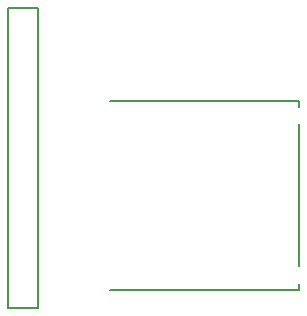
<source format=gbr>
G04 DipTrace 2.4.0.2*
%INTopSilk.gbr*%
%MOMM*%
%ADD14C,0.127*%
%FSLAX53Y53*%
G04*
G71*
G90*
G75*
G01*
%LNTopSilk*%
%LPD*%
X9333Y19265D2*
D14*
X25333D1*
Y3265D2*
X9333D1*
X25333Y17265D2*
Y5265D1*
Y3764D2*
Y3265D1*
Y19265D2*
Y18766D1*
X730Y1732D2*
Y27132D1*
X3270D1*
Y1732D1*
X730D1*
M02*

</source>
